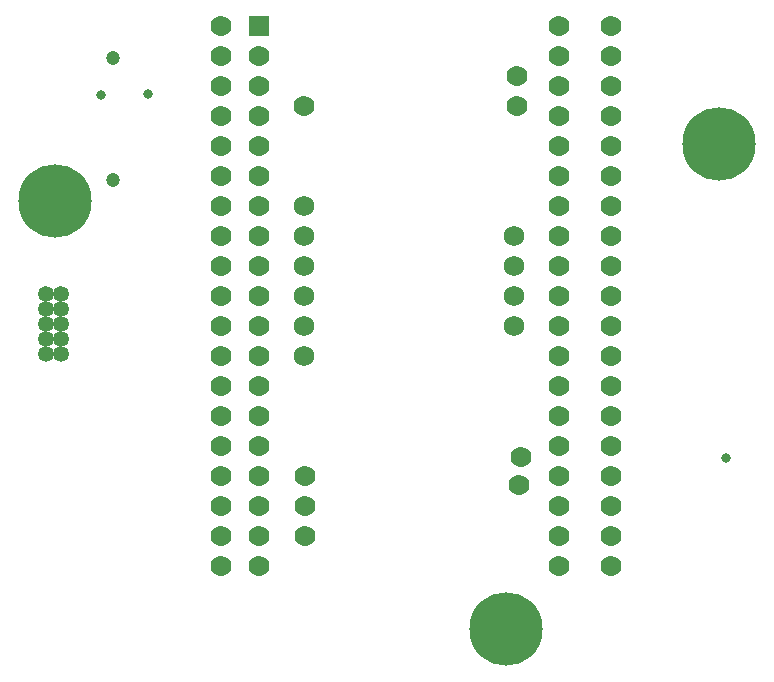
<source format=gbs>
G04*
G04 #@! TF.GenerationSoftware,Altium Limited,Altium Designer,21.2.0 (30)*
G04*
G04 Layer_Color=16711935*
%FSLAX44Y44*%
%MOMM*%
G71*
G04*
G04 #@! TF.SameCoordinates,24290CB3-EA7C-4BBA-8A3B-F1FFB41C3431*
G04*
G04*
G04 #@! TF.FilePolarity,Negative*
G04*
G01*
G75*
%ADD19C,0.0000*%
%ADD24C,1.7632*%
%ADD25C,1.7272*%
%ADD26R,1.7632X1.7632*%
%ADD27C,1.3462*%
%ADD28C,6.2032*%
%ADD29C,1.2032*%
%ADD30C,0.8032*%
D19*
X673270Y951850D02*
G03*
X673270Y951850I-6220J0D01*
G01*
X685971D02*
G03*
X685971Y951850I-6220J0D01*
G01*
X673270Y964550D02*
G03*
X673270Y964550I-6220J0D01*
G01*
X685971D02*
G03*
X685971Y964550I-6220J0D01*
G01*
X673270Y977250D02*
G03*
X673270Y977250I-6220J0D01*
G01*
X685971D02*
G03*
X685971Y977250I-6220J0D01*
G01*
X673270Y989950D02*
G03*
X673270Y989950I-6220J0D01*
G01*
X685971D02*
G03*
X685971Y989950I-6220J0D01*
G01*
X673270Y1002650D02*
G03*
X673270Y1002650I-6220J0D01*
G01*
X685971D02*
G03*
X685971Y1002650I-6220J0D01*
G01*
D24*
X886460Y797560D02*
D03*
Y822960D02*
D03*
Y848360D02*
D03*
X815218Y772160D02*
D03*
Y797560D02*
D03*
X1145417Y772160D02*
D03*
X815218Y822960D02*
D03*
X1145417Y797560D02*
D03*
X815218Y848360D02*
D03*
X1145417Y822960D02*
D03*
X815218Y873760D02*
D03*
X1145417Y848360D02*
D03*
X815218Y899160D02*
D03*
X1145417Y873760D02*
D03*
X815218Y924560D02*
D03*
X1145417Y899160D02*
D03*
X815218Y949960D02*
D03*
X1145417Y924560D02*
D03*
X815218Y975360D02*
D03*
X1145417Y949960D02*
D03*
X815218Y1000760D02*
D03*
X1145417Y975360D02*
D03*
X815218Y1026160D02*
D03*
X1145417Y1000760D02*
D03*
X815218Y1051560D02*
D03*
X1145417Y1026160D02*
D03*
X815218Y1076960D02*
D03*
X1145417Y1051560D02*
D03*
X815218Y1102360D02*
D03*
X1145417Y1076960D02*
D03*
X815218Y1127760D02*
D03*
X1145417Y1102360D02*
D03*
X815218Y1153160D02*
D03*
X1145417Y1127760D02*
D03*
X815218Y1178560D02*
D03*
X1145417Y1153160D02*
D03*
X815218Y1203960D02*
D03*
X1145417Y1178560D02*
D03*
X815218Y1229360D02*
D03*
X1145417D02*
D03*
Y1203960D02*
D03*
X1101490Y1076960D02*
D03*
Y1229360D02*
D03*
X847490Y822960D02*
D03*
Y848360D02*
D03*
Y873760D02*
D03*
Y899160D02*
D03*
Y924560D02*
D03*
Y949960D02*
D03*
Y975360D02*
D03*
Y772160D02*
D03*
Y797560D02*
D03*
X1101490Y772160D02*
D03*
Y797560D02*
D03*
Y822960D02*
D03*
Y848360D02*
D03*
Y873760D02*
D03*
Y899160D02*
D03*
Y924560D02*
D03*
Y949960D02*
D03*
X847490Y1000760D02*
D03*
X1101490Y975360D02*
D03*
X847490Y1026160D02*
D03*
X1101490Y1000760D02*
D03*
X847490Y1051560D02*
D03*
X1101490Y1026160D02*
D03*
X847490Y1076960D02*
D03*
X1101490Y1051560D02*
D03*
X847490Y1102360D02*
D03*
Y1127760D02*
D03*
X1101490Y1102360D02*
D03*
X847490Y1153160D02*
D03*
X1101490Y1127760D02*
D03*
X847490Y1178560D02*
D03*
X1101490Y1153160D02*
D03*
X847490Y1203960D02*
D03*
X1101490Y1178560D02*
D03*
Y1203960D02*
D03*
X1068070Y840740D02*
D03*
X1069340Y864870D02*
D03*
X885480Y1161380D02*
D03*
X1065820D02*
D03*
Y1186780D02*
D03*
D25*
X885590Y1026160D02*
D03*
Y1076960D02*
D03*
X1063390Y1051560D02*
D03*
Y1026160D02*
D03*
X885590Y1051560D02*
D03*
X1063390Y1000760D02*
D03*
Y975360D02*
D03*
X885590Y949960D02*
D03*
Y975360D02*
D03*
Y1000760D02*
D03*
D26*
X847490Y1229360D02*
D03*
D27*
X667050Y1002650D02*
D03*
Y951850D02*
D03*
X679750D02*
D03*
X667050Y964550D02*
D03*
X679750D02*
D03*
X667050Y977250D02*
D03*
X679750D02*
D03*
X667050Y989950D02*
D03*
X679750D02*
D03*
Y1002650D02*
D03*
D28*
X1056640Y718820D02*
D03*
X675000Y1081250D02*
D03*
X1237250Y1129750D02*
D03*
D29*
X724250Y1099250D02*
D03*
X724000Y1202500D02*
D03*
D30*
X713500Y1171250D02*
D03*
X753500Y1171750D02*
D03*
X1243179Y864084D02*
D03*
M02*

</source>
